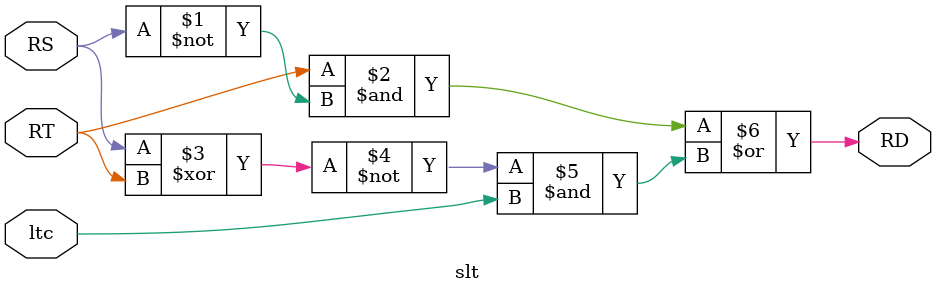
<source format=v>
`timescale 1ns / 1ps


module slt(
    input  RS,
    input RT,
    input ltc,
    output RD
    );
    
    assign RD = (RT & ~RS) | (~(RS ^ RT) & ltc);
endmodule

</source>
